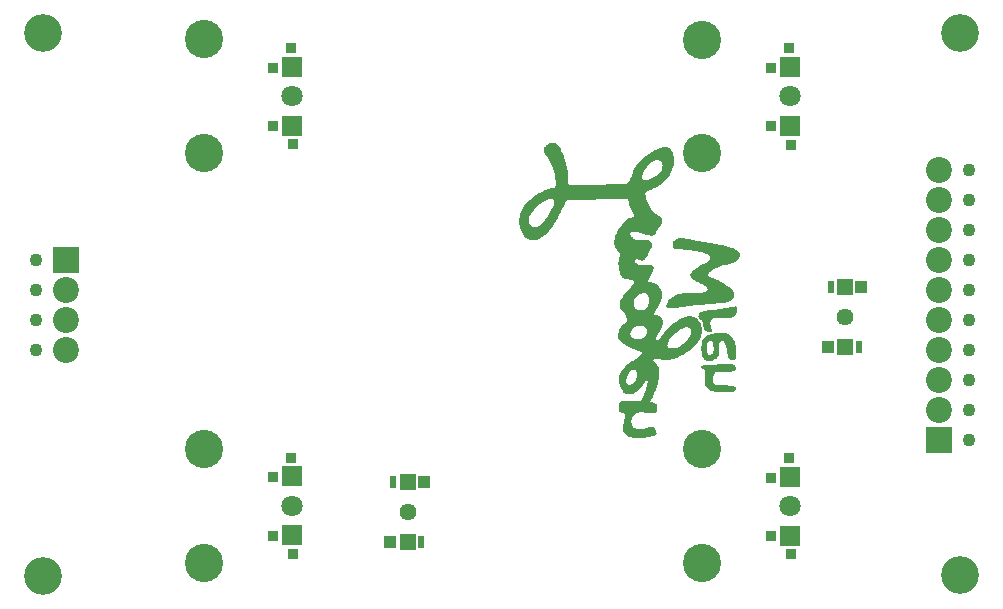
<source format=gbr>
%TF.GenerationSoftware,KiCad,Pcbnew,9.0.0*%
%TF.CreationDate,2025-03-26T23:14:20+00:00*%
%TF.ProjectId,diode-ladder-filter-synth-module,64696f64-652d-46c6-9164-6465722d6669,rev?*%
%TF.SameCoordinates,Original*%
%TF.FileFunction,Soldermask,Bot*%
%TF.FilePolarity,Negative*%
%FSLAX46Y46*%
G04 Gerber Fmt 4.6, Leading zero omitted, Abs format (unit mm)*
G04 Created by KiCad (PCBNEW 9.0.0) date 2025-03-26 23:14:20*
%MOMM*%
%LPD*%
G01*
G04 APERTURE LIST*
%ADD10C,0.000000*%
%ADD11C,2.200000*%
%ADD12R,2.200000X2.200000*%
%ADD13C,1.100000*%
%ADD14R,0.899998X0.899994*%
%ADD15C,1.800000*%
%ADD16R,0.900000X0.899998*%
%ADD17C,3.240000*%
%ADD18R,1.800000X1.800000*%
%ADD19C,3.200000*%
%ADD20R,0.499998X1.000000*%
%ADD21R,1.000000X1.000000*%
%ADD22C,1.440000*%
%ADD23R,0.520869X1.020872*%
%ADD24R,1.440000X1.440000*%
G04 APERTURE END LIST*
D10*
%TO.C,G\u002A\u002A\u002A*%
G36*
X159460108Y-60147114D02*
G01*
X159562439Y-60173391D01*
X159658433Y-60222076D01*
X159748193Y-60293176D01*
X159831816Y-60386697D01*
X159880035Y-60453558D01*
X159949104Y-60561873D01*
X160020448Y-60686677D01*
X160092326Y-60824323D01*
X160163004Y-60971166D01*
X160230745Y-61123557D01*
X160293814Y-61277851D01*
X160350470Y-61430402D01*
X160398980Y-61577563D01*
X160421595Y-61653486D01*
X160505476Y-61980448D01*
X160571494Y-62319534D01*
X160619228Y-62667832D01*
X160648263Y-63022433D01*
X160658176Y-63380427D01*
X160658208Y-63404321D01*
X160658679Y-63469818D01*
X160660096Y-63517613D01*
X160662953Y-63552094D01*
X160667741Y-63577647D01*
X160674958Y-63598659D01*
X160685095Y-63619518D01*
X160710485Y-63656561D01*
X160758021Y-63694142D01*
X160758301Y-63694289D01*
X160762678Y-63697111D01*
X160765358Y-63699719D01*
X160767271Y-63702117D01*
X160769351Y-63704307D01*
X160772525Y-63706291D01*
X160777723Y-63708073D01*
X160785875Y-63709654D01*
X160797913Y-63711039D01*
X160814764Y-63712229D01*
X160837360Y-63713227D01*
X160866631Y-63714034D01*
X160903505Y-63714657D01*
X160948915Y-63715094D01*
X161003789Y-63715351D01*
X161069056Y-63715428D01*
X161145649Y-63715331D01*
X161234495Y-63715058D01*
X161336525Y-63714617D01*
X161452670Y-63714006D01*
X161583860Y-63713231D01*
X161731023Y-63712292D01*
X161895091Y-63711194D01*
X162076993Y-63709938D01*
X162277659Y-63708528D01*
X162498019Y-63706966D01*
X162739003Y-63705254D01*
X163001540Y-63703397D01*
X163286563Y-63701394D01*
X163473121Y-63700082D01*
X163714528Y-63698347D01*
X163934374Y-63696712D01*
X164133743Y-63695156D01*
X164313715Y-63693657D01*
X164475373Y-63692197D01*
X164619796Y-63690754D01*
X164748068Y-63689309D01*
X164861268Y-63687842D01*
X164960478Y-63686331D01*
X165046779Y-63684757D01*
X165121254Y-63683099D01*
X165184981Y-63681338D01*
X165239046Y-63679453D01*
X165284526Y-63677423D01*
X165322505Y-63675228D01*
X165354063Y-63672849D01*
X165380281Y-63670266D01*
X165402243Y-63667456D01*
X165421026Y-63664399D01*
X165437715Y-63661078D01*
X165464559Y-63654769D01*
X165570428Y-63618322D01*
X165664325Y-63565279D01*
X165747490Y-63494421D01*
X165821168Y-63404527D01*
X165886594Y-63294379D01*
X165945018Y-63162757D01*
X165948193Y-63154566D01*
X165976502Y-63081802D01*
X166934609Y-63081802D01*
X166943437Y-63141686D01*
X166963929Y-63196086D01*
X166989881Y-63237608D01*
X167042521Y-63286616D01*
X167110917Y-63318381D01*
X167195011Y-63332894D01*
X167294743Y-63330149D01*
X167410054Y-63310139D01*
X167540886Y-63272854D01*
X167566914Y-63264002D01*
X167753797Y-63186887D01*
X167937482Y-63086976D01*
X168118244Y-62964103D01*
X168296362Y-62818103D01*
X168349948Y-62768218D01*
X168450556Y-62658737D01*
X168529858Y-62546672D01*
X168589294Y-62429816D01*
X168630307Y-62305957D01*
X168651136Y-62203493D01*
X168661473Y-62082748D01*
X168654544Y-61972868D01*
X168630963Y-61875084D01*
X168591342Y-61790628D01*
X168536292Y-61720733D01*
X168466426Y-61666631D01*
X168382356Y-61629553D01*
X168284696Y-61610731D01*
X168261328Y-61609122D01*
X168163243Y-61612851D01*
X168064119Y-61634031D01*
X167962644Y-61673362D01*
X167857508Y-61731546D01*
X167747399Y-61809282D01*
X167631006Y-61907273D01*
X167507017Y-62026217D01*
X167452651Y-62082582D01*
X167310851Y-62245807D01*
X167191271Y-62410377D01*
X167093026Y-62577592D01*
X167015232Y-62748752D01*
X166981387Y-62840713D01*
X166953257Y-62934168D01*
X166937774Y-63013579D01*
X166934609Y-63081802D01*
X165976502Y-63081802D01*
X165993432Y-63038284D01*
X166031681Y-62940963D01*
X166064094Y-62859814D01*
X166091833Y-62792052D01*
X166116052Y-62734892D01*
X166137909Y-62685548D01*
X166158562Y-62641234D01*
X166179168Y-62599166D01*
X166277691Y-62414571D01*
X166436599Y-62157581D01*
X166613473Y-61914292D01*
X166807282Y-61685654D01*
X167016994Y-61472621D01*
X167241577Y-61276138D01*
X167479998Y-61097159D01*
X167731228Y-60936634D01*
X167994236Y-60795513D01*
X168261328Y-60677684D01*
X168267987Y-60674747D01*
X168361259Y-60639509D01*
X168527957Y-60586052D01*
X168680594Y-60550662D01*
X168819813Y-60533418D01*
X168946256Y-60534399D01*
X169060563Y-60553686D01*
X169163379Y-60591356D01*
X169255344Y-60647488D01*
X169337101Y-60722162D01*
X169409291Y-60815458D01*
X169456008Y-60896118D01*
X169503384Y-60998227D01*
X169545538Y-61110342D01*
X169579599Y-61225554D01*
X169616009Y-61406343D01*
X169635319Y-61613251D01*
X169631743Y-61823051D01*
X169605341Y-62034954D01*
X169556174Y-62248173D01*
X169484303Y-62461919D01*
X169397766Y-62655989D01*
X169284434Y-62855486D01*
X169149839Y-63047008D01*
X168994538Y-63230049D01*
X168819091Y-63404102D01*
X168624056Y-63568657D01*
X168409992Y-63723206D01*
X168177457Y-63867242D01*
X167927009Y-64000256D01*
X167659211Y-64121739D01*
X167561523Y-64163418D01*
X167469781Y-64205027D01*
X167396062Y-64242057D01*
X167338126Y-64275978D01*
X167293734Y-64308254D01*
X167260649Y-64340354D01*
X167236634Y-64373743D01*
X167219448Y-64409889D01*
X167217263Y-64415828D01*
X167207584Y-64453318D01*
X167204828Y-64494757D01*
X167209521Y-64543631D01*
X167222184Y-64603426D01*
X167243343Y-64677628D01*
X167273521Y-64769727D01*
X167296969Y-64837683D01*
X167379682Y-65064258D01*
X167462359Y-65269231D01*
X167545946Y-65453984D01*
X167631379Y-65619906D01*
X167719603Y-65768383D01*
X167811558Y-65900802D01*
X167908186Y-66018547D01*
X168010427Y-66123008D01*
X168119222Y-66215568D01*
X168235512Y-66297616D01*
X168360239Y-66370537D01*
X168407674Y-66396616D01*
X168486769Y-66445967D01*
X168546458Y-66493841D01*
X168588936Y-66543091D01*
X168616394Y-66596567D01*
X168631031Y-66657122D01*
X168635038Y-66727608D01*
X168630977Y-66788891D01*
X168618188Y-66857238D01*
X168595757Y-66931019D01*
X168562749Y-67012293D01*
X168518236Y-67103116D01*
X168461283Y-67205544D01*
X168390958Y-67321639D01*
X168306332Y-67453456D01*
X168230696Y-67566399D01*
X168146406Y-67686153D01*
X168068717Y-67789617D01*
X167998397Y-67875859D01*
X167936214Y-67943944D01*
X167882934Y-67992938D01*
X167839326Y-68021908D01*
X167835338Y-68023808D01*
X167811877Y-68033402D01*
X167787111Y-68039901D01*
X167758937Y-68042911D01*
X167725252Y-68042034D01*
X167683954Y-68036879D01*
X167632943Y-68027047D01*
X167570114Y-68012144D01*
X167493366Y-67991776D01*
X167400596Y-67965544D01*
X167289701Y-67933057D01*
X167158581Y-67893918D01*
X167115959Y-67881168D01*
X167013657Y-67850891D01*
X166916873Y-67822692D01*
X166828422Y-67797364D01*
X166751116Y-67775699D01*
X166687767Y-67758489D01*
X166641189Y-67746527D01*
X166614194Y-67740603D01*
X166609141Y-67739839D01*
X166564709Y-67735514D01*
X166503659Y-67732284D01*
X166430991Y-67730149D01*
X166351704Y-67729114D01*
X166270802Y-67729177D01*
X166193284Y-67730339D01*
X166124152Y-67732606D01*
X166068407Y-67735973D01*
X166031048Y-67740446D01*
X165985813Y-67753313D01*
X165937892Y-67782603D01*
X165909696Y-67823643D01*
X165902018Y-67875094D01*
X165915648Y-67935617D01*
X165921858Y-67949899D01*
X165953537Y-68001442D01*
X166000516Y-68059788D01*
X166058953Y-68121317D01*
X166125008Y-68182404D01*
X166194837Y-68239429D01*
X166264599Y-68288766D01*
X166330453Y-68326793D01*
X166344951Y-68333854D01*
X166412202Y-68362151D01*
X166481437Y-68383082D01*
X166556124Y-68396979D01*
X166639731Y-68404176D01*
X166735724Y-68405002D01*
X166847573Y-68399789D01*
X166978744Y-68388872D01*
X167046794Y-68382957D01*
X167190297Y-68375544D01*
X167312222Y-68377101D01*
X167412608Y-68387624D01*
X167491489Y-68407119D01*
X167533478Y-68423723D01*
X167622638Y-68473832D01*
X167694986Y-68537406D01*
X167748843Y-68612767D01*
X167782534Y-68698239D01*
X167791392Y-68741661D01*
X167794446Y-68791677D01*
X167788271Y-68842823D01*
X167771803Y-68898544D01*
X167743981Y-68962283D01*
X167703741Y-69037483D01*
X167650019Y-69127589D01*
X167641009Y-69142664D01*
X167610478Y-69198202D01*
X167576117Y-69265823D01*
X167541503Y-69338341D01*
X167510214Y-69408563D01*
X167460519Y-69521242D01*
X167395259Y-69656197D01*
X167331683Y-69771608D01*
X167268551Y-69869526D01*
X167204616Y-69951999D01*
X167138636Y-70021078D01*
X167083824Y-70068244D01*
X167012528Y-70114474D01*
X166942603Y-70139702D01*
X166870361Y-70144562D01*
X166792111Y-70129687D01*
X166704162Y-70095713D01*
X166630686Y-70064857D01*
X166554827Y-70040389D01*
X166491356Y-70028533D01*
X166443392Y-70030074D01*
X166415796Y-70036932D01*
X166364687Y-70057774D01*
X166334462Y-70086262D01*
X166324389Y-70124241D01*
X166333739Y-70173552D01*
X166361782Y-70236041D01*
X166365268Y-70242454D01*
X166421261Y-70320918D01*
X166494712Y-70385197D01*
X166586392Y-70435836D01*
X166697068Y-70473381D01*
X166704806Y-70475333D01*
X166784981Y-70490753D01*
X166882113Y-70501568D01*
X166997723Y-70507863D01*
X167036948Y-70508403D01*
X167133324Y-70509728D01*
X167290433Y-70507246D01*
X167349691Y-70505797D01*
X167452047Y-70504578D01*
X167535799Y-70505883D01*
X167604096Y-70510062D01*
X167660082Y-70517468D01*
X167706907Y-70528452D01*
X167747719Y-70543366D01*
X167785664Y-70562561D01*
X167793586Y-70567211D01*
X167842881Y-70605053D01*
X167875351Y-70650922D01*
X167893218Y-70709172D01*
X167898708Y-70784162D01*
X167888144Y-70888241D01*
X167854372Y-70995827D01*
X167797282Y-71102487D01*
X167775412Y-71139191D01*
X167746297Y-71193064D01*
X167715404Y-71254228D01*
X167686596Y-71315257D01*
X167686223Y-71316078D01*
X167655454Y-71382109D01*
X167618263Y-71459098D01*
X167579304Y-71537541D01*
X167543231Y-71607937D01*
X167505401Y-71681442D01*
X167470616Y-71754432D01*
X167448643Y-71811424D01*
X167439947Y-71854683D01*
X167444986Y-71886474D01*
X167464222Y-71909059D01*
X167498117Y-71924706D01*
X167547131Y-71935674D01*
X167611727Y-71944232D01*
X167710412Y-71959233D01*
X167867314Y-72000772D01*
X168012913Y-72061959D01*
X168145956Y-72141712D01*
X168265192Y-72238949D01*
X168369371Y-72352587D01*
X168457241Y-72481543D01*
X168527549Y-72624734D01*
X168579046Y-72781079D01*
X168590084Y-72827386D01*
X168610286Y-72946557D01*
X168617636Y-73065004D01*
X168611617Y-73184829D01*
X168591711Y-73308135D01*
X168557397Y-73437024D01*
X168508156Y-73573600D01*
X168443471Y-73719966D01*
X168362819Y-73878224D01*
X168265686Y-74050477D01*
X168265558Y-74050694D01*
X168196432Y-74168652D01*
X168138267Y-74268281D01*
X168090119Y-74351410D01*
X168051046Y-74419867D01*
X168020102Y-74475482D01*
X167996344Y-74520086D01*
X167978831Y-74555505D01*
X167966617Y-74583570D01*
X167958759Y-74606110D01*
X167954314Y-74624952D01*
X167952339Y-74641930D01*
X167951891Y-74658869D01*
X167952064Y-74667754D01*
X167957059Y-74696827D01*
X167971547Y-74717745D01*
X167999008Y-74732615D01*
X168042923Y-74743545D01*
X168106769Y-74752640D01*
X168114784Y-74753607D01*
X168247079Y-74775631D01*
X168359003Y-74807226D01*
X168451898Y-74849335D01*
X168527109Y-74902904D01*
X168585977Y-74968875D01*
X168629844Y-75048195D01*
X168660056Y-75141807D01*
X168673708Y-75235645D01*
X168673021Y-75352196D01*
X168656544Y-75480534D01*
X168624983Y-75618466D01*
X168579034Y-75763801D01*
X168519403Y-75914350D01*
X168446787Y-76067920D01*
X168361888Y-76222320D01*
X168265407Y-76375360D01*
X168226408Y-76434199D01*
X168172243Y-76520494D01*
X168131959Y-76592179D01*
X168104693Y-76651232D01*
X168089582Y-76699636D01*
X168085766Y-76739367D01*
X168092378Y-76772407D01*
X168108498Y-76798552D01*
X168145094Y-76826505D01*
X168192498Y-76843826D01*
X168244319Y-76849277D01*
X168294168Y-76841616D01*
X168335656Y-76819606D01*
X168346213Y-76809111D01*
X168371572Y-76780524D01*
X168407067Y-76738387D01*
X168450283Y-76685626D01*
X168498803Y-76625164D01*
X168550211Y-76559926D01*
X168644739Y-76439704D01*
X168733064Y-76329506D01*
X168814019Y-76231249D01*
X168890774Y-76141289D01*
X168966501Y-76055984D01*
X169044371Y-75971691D01*
X169127554Y-75884771D01*
X169219223Y-75791580D01*
X169305587Y-75705760D01*
X169404832Y-75610670D01*
X169497184Y-75527012D01*
X169587089Y-75451062D01*
X169678988Y-75379095D01*
X169777324Y-75307387D01*
X169886541Y-75232214D01*
X169952107Y-75188999D01*
X170094862Y-75102211D01*
X170230386Y-75031157D01*
X170363378Y-74973712D01*
X170498539Y-74927751D01*
X170640568Y-74891146D01*
X170666061Y-74885724D01*
X170713571Y-74877305D01*
X170762446Y-74871445D01*
X170770872Y-74870880D01*
X170818197Y-74867707D01*
X170886331Y-74865655D01*
X170972356Y-74864852D01*
X171016179Y-74864767D01*
X171084843Y-74865166D01*
X171137193Y-74866645D01*
X171177894Y-74869612D01*
X171211611Y-74874480D01*
X171243006Y-74881655D01*
X171276743Y-74891546D01*
X171327456Y-74908750D01*
X171457127Y-74967347D01*
X171571767Y-75042540D01*
X171671662Y-75134735D01*
X171757101Y-75244344D01*
X171828368Y-75371775D01*
X171885753Y-75517437D01*
X171929543Y-75681742D01*
X171960026Y-75865097D01*
X171962096Y-75889626D01*
X171963856Y-75941446D01*
X171964194Y-76007531D01*
X171963266Y-76083174D01*
X171961227Y-76163661D01*
X171958233Y-76244286D01*
X171954442Y-76320336D01*
X171950009Y-76387102D01*
X171945091Y-76439874D01*
X171939842Y-76473942D01*
X171930343Y-76512661D01*
X171890707Y-76640707D01*
X171838563Y-76765171D01*
X171772467Y-76888315D01*
X171690973Y-77012399D01*
X171592637Y-77139684D01*
X171476012Y-77272431D01*
X171339654Y-77412902D01*
X171213356Y-77534467D01*
X171094872Y-77640894D01*
X170978846Y-77736380D01*
X170859912Y-77825134D01*
X170732708Y-77911359D01*
X170591871Y-77999262D01*
X170523511Y-78039295D01*
X170404253Y-78104640D01*
X170275719Y-78170402D01*
X170142053Y-78234724D01*
X170007403Y-78295746D01*
X169875914Y-78351612D01*
X169751731Y-78400466D01*
X169639001Y-78440449D01*
X169541868Y-78469702D01*
X169493784Y-78482162D01*
X169406597Y-78502770D01*
X169327349Y-78517944D01*
X169249781Y-78528441D01*
X169167633Y-78535019D01*
X169074648Y-78538431D01*
X168964567Y-78539435D01*
X168877738Y-78538879D01*
X168778391Y-78536035D01*
X168687567Y-78530137D01*
X168599069Y-78520480D01*
X168506699Y-78506354D01*
X168404257Y-78487051D01*
X168285547Y-78461865D01*
X168218412Y-78447757D01*
X168144362Y-78434840D01*
X168085919Y-78428859D01*
X168039243Y-78429686D01*
X168000493Y-78437195D01*
X167965824Y-78451259D01*
X167943058Y-78464672D01*
X167909353Y-78489226D01*
X167878239Y-78516167D01*
X167855402Y-78540456D01*
X167846526Y-78557050D01*
X167847959Y-78559836D01*
X167863041Y-78574876D01*
X167891063Y-78598370D01*
X167927668Y-78626585D01*
X167945716Y-78640341D01*
X168039023Y-78723297D01*
X168127903Y-78823531D01*
X168215121Y-78944097D01*
X168219728Y-78951065D01*
X168269239Y-79028419D01*
X168308929Y-79097289D01*
X168339764Y-79161651D01*
X168362711Y-79225482D01*
X168378734Y-79292756D01*
X168388803Y-79367450D01*
X168393881Y-79453539D01*
X168394933Y-79554996D01*
X168392928Y-79675800D01*
X168389819Y-79765224D01*
X168375404Y-79961772D01*
X168349852Y-80151191D01*
X168311881Y-80341854D01*
X168260206Y-80542135D01*
X168260073Y-80542601D01*
X168244894Y-80590017D01*
X168221269Y-80656130D01*
X168190294Y-80738292D01*
X168153067Y-80833861D01*
X168110686Y-80940191D01*
X168064246Y-81054635D01*
X168014847Y-81174547D01*
X167963584Y-81297285D01*
X167911556Y-81420202D01*
X167859859Y-81540651D01*
X167809592Y-81655990D01*
X167761852Y-81763571D01*
X167717734Y-81860749D01*
X167678338Y-81944880D01*
X167590596Y-82128464D01*
X167699969Y-82128464D01*
X167752012Y-82129426D01*
X167872271Y-82140554D01*
X167974032Y-82164005D01*
X168056841Y-82199602D01*
X168120236Y-82247170D01*
X168163761Y-82306532D01*
X168170327Y-82320881D01*
X168176278Y-82340009D01*
X168180528Y-82364837D01*
X168183352Y-82398907D01*
X168185027Y-82445764D01*
X168185829Y-82508947D01*
X168186036Y-82592001D01*
X168185726Y-82652576D01*
X168184149Y-82733987D01*
X168181357Y-82800745D01*
X168177487Y-82849934D01*
X168172673Y-82878636D01*
X168167697Y-82893449D01*
X168132192Y-82956531D01*
X168078259Y-83007849D01*
X168007876Y-83046535D01*
X167923013Y-83071725D01*
X167825646Y-83082551D01*
X167717747Y-83078150D01*
X167711789Y-83077482D01*
X167665858Y-83071766D01*
X167603049Y-83063309D01*
X167528681Y-83052854D01*
X167448068Y-83041147D01*
X167366529Y-83028934D01*
X167343771Y-83025486D01*
X167254101Y-83012514D01*
X167179014Y-83003100D01*
X167111613Y-82996682D01*
X167044999Y-82992699D01*
X166972272Y-82990585D01*
X166886533Y-82989779D01*
X166819087Y-82989770D01*
X166747888Y-82990689D01*
X166692383Y-82992935D01*
X166648199Y-82996800D01*
X166610959Y-83002577D01*
X166576292Y-83010561D01*
X166570966Y-83011981D01*
X166444498Y-83056481D01*
X166334423Y-83117525D01*
X166240408Y-83195442D01*
X166162119Y-83290567D01*
X166099223Y-83403232D01*
X166051388Y-83533767D01*
X166041227Y-83571147D01*
X166016882Y-83704165D01*
X166013766Y-83828410D01*
X166031914Y-83944829D01*
X166071364Y-84054370D01*
X166119309Y-84136461D01*
X166186857Y-84212264D01*
X166270954Y-84273814D01*
X166372446Y-84321602D01*
X166492173Y-84356115D01*
X166630979Y-84377839D01*
X166693529Y-84382999D01*
X166781792Y-84385540D01*
X166874959Y-84382457D01*
X166975899Y-84373405D01*
X167087477Y-84358032D01*
X167212562Y-84335991D01*
X167354021Y-84306935D01*
X167514719Y-84270515D01*
X167552769Y-84261654D01*
X167644628Y-84241207D01*
X167718268Y-84226760D01*
X167776859Y-84218035D01*
X167823573Y-84214755D01*
X167861582Y-84216646D01*
X167894057Y-84223430D01*
X167924168Y-84234831D01*
X167929183Y-84237240D01*
X167974743Y-84271829D01*
X168018309Y-84328572D01*
X168060047Y-84407775D01*
X168100118Y-84509742D01*
X168138689Y-84634781D01*
X168143827Y-84653822D01*
X168157439Y-84715759D01*
X168161236Y-84764070D01*
X168155239Y-84804807D01*
X168139472Y-84844021D01*
X168134279Y-84853655D01*
X168109898Y-84887717D01*
X168076852Y-84917124D01*
X168032224Y-84943365D01*
X167973101Y-84967937D01*
X167896563Y-84992332D01*
X167799697Y-85018045D01*
X167741276Y-85032266D01*
X167528952Y-85078050D01*
X167323426Y-85112186D01*
X167117514Y-85135537D01*
X166904036Y-85148971D01*
X166675803Y-85153350D01*
X166660451Y-85153344D01*
X166478561Y-85150416D01*
X166317106Y-85141915D01*
X166173844Y-85127392D01*
X166046534Y-85106401D01*
X165932936Y-85078491D01*
X165830806Y-85043216D01*
X165737904Y-85000129D01*
X165651986Y-84948780D01*
X165643426Y-84942994D01*
X165540738Y-84861676D01*
X165458426Y-84771316D01*
X165395736Y-84670415D01*
X165351909Y-84557476D01*
X165326184Y-84431004D01*
X165317804Y-84289501D01*
X165317828Y-84280015D01*
X165319818Y-84203684D01*
X165325545Y-84129392D01*
X165335765Y-84052300D01*
X165351231Y-83967560D01*
X165372699Y-83870331D01*
X165400921Y-83755769D01*
X165403068Y-83747345D01*
X165436093Y-83613076D01*
X165461576Y-83498966D01*
X165479715Y-83403186D01*
X165490701Y-83323905D01*
X165494731Y-83259292D01*
X165492000Y-83207519D01*
X165482703Y-83166754D01*
X165467034Y-83135166D01*
X165461323Y-83126997D01*
X165430730Y-83091777D01*
X165394633Y-83066906D01*
X165347063Y-83049162D01*
X165282055Y-83035325D01*
X165271468Y-83033460D01*
X165218370Y-83022734D01*
X165169646Y-83010929D01*
X165134694Y-83000279D01*
X165120550Y-82994350D01*
X165061785Y-82956012D01*
X165009300Y-82900187D01*
X164967845Y-82831677D01*
X164966038Y-82827801D01*
X164953114Y-82797381D01*
X164944794Y-82768917D01*
X164940128Y-82736071D01*
X164938170Y-82692504D01*
X164937971Y-82631875D01*
X164938069Y-82618851D01*
X164939630Y-82561389D01*
X164943749Y-82510430D01*
X164951456Y-82458739D01*
X164963781Y-82399079D01*
X164981753Y-82324214D01*
X164994909Y-82272075D01*
X165012484Y-82206627D01*
X165027789Y-82157694D01*
X165042491Y-82121392D01*
X165058256Y-82093839D01*
X165076749Y-82071149D01*
X165099638Y-82049440D01*
X165111565Y-82039189D01*
X165124893Y-82029135D01*
X165139664Y-82020704D01*
X165157569Y-82013879D01*
X165180291Y-82008642D01*
X165209519Y-82004976D01*
X165246939Y-82002866D01*
X165294236Y-82002292D01*
X165353100Y-82003239D01*
X165425216Y-82005690D01*
X165512271Y-82009625D01*
X165615953Y-82015031D01*
X165737945Y-82021889D01*
X165879936Y-82030181D01*
X166043613Y-82039891D01*
X166145763Y-82045827D01*
X166267223Y-82052282D01*
X166369468Y-82056694D01*
X166454883Y-82058946D01*
X166525854Y-82058929D01*
X166584764Y-82056526D01*
X166634002Y-82051625D01*
X166675949Y-82044114D01*
X166712993Y-82033876D01*
X166747519Y-82020800D01*
X166781912Y-82004772D01*
X166795552Y-81997404D01*
X166855597Y-81952136D01*
X166908388Y-81892550D01*
X166947068Y-81826062D01*
X166957706Y-81800861D01*
X166981744Y-81740851D01*
X167011061Y-81664870D01*
X167044203Y-81576885D01*
X167079722Y-81480862D01*
X167116167Y-81380771D01*
X167152084Y-81280579D01*
X167186027Y-81184251D01*
X167216541Y-81095757D01*
X167242177Y-81019064D01*
X167278257Y-80906467D01*
X167322514Y-80759644D01*
X167356883Y-80633120D01*
X167381444Y-80526384D01*
X167396276Y-80438924D01*
X167401461Y-80370231D01*
X167397079Y-80319792D01*
X167383211Y-80287097D01*
X167359936Y-80271636D01*
X167359232Y-80271466D01*
X167327828Y-80271102D01*
X167293132Y-80279810D01*
X167279757Y-80286647D01*
X167242101Y-80314270D01*
X167197016Y-80355531D01*
X167148294Y-80406355D01*
X167099729Y-80462661D01*
X167055113Y-80520372D01*
X167018239Y-80575409D01*
X167009648Y-80589570D01*
X166971796Y-80651834D01*
X166931208Y-80718444D01*
X166895314Y-80777209D01*
X166828812Y-80877287D01*
X166730313Y-81001194D01*
X166622382Y-81113266D01*
X166507033Y-81212405D01*
X166386281Y-81297509D01*
X166262138Y-81367476D01*
X166136621Y-81421207D01*
X166011741Y-81457602D01*
X165889514Y-81475559D01*
X165771955Y-81473976D01*
X165661076Y-81451755D01*
X165649594Y-81448022D01*
X165572201Y-81414616D01*
X165491323Y-81367679D01*
X165415069Y-81312395D01*
X165351554Y-81253949D01*
X165283461Y-81171762D01*
X165205620Y-81052555D01*
X165136530Y-80918381D01*
X165077471Y-80773422D01*
X165029726Y-80621857D01*
X164994576Y-80467871D01*
X164982499Y-80381454D01*
X165576083Y-80381454D01*
X165587975Y-80458442D01*
X165609336Y-80504579D01*
X165650683Y-80553674D01*
X165705070Y-80594860D01*
X165767031Y-80623111D01*
X165828179Y-80636609D01*
X165915348Y-80636730D01*
X166001394Y-80615382D01*
X166085109Y-80573699D01*
X166165294Y-80512812D01*
X166240743Y-80433856D01*
X166310253Y-80337964D01*
X166372623Y-80226269D01*
X166426647Y-80099901D01*
X166471124Y-79959997D01*
X166489304Y-79883252D01*
X166505493Y-79766646D01*
X166503946Y-79662845D01*
X166484577Y-79570204D01*
X166447306Y-79487075D01*
X166411121Y-79436970D01*
X166355512Y-79389902D01*
X166291786Y-79362646D01*
X166221828Y-79354860D01*
X166147527Y-79366204D01*
X166070771Y-79396335D01*
X165993446Y-79444914D01*
X165917441Y-79511599D01*
X165844643Y-79596047D01*
X165807341Y-79648837D01*
X165748505Y-79747711D01*
X165696389Y-79854834D01*
X165652119Y-79966411D01*
X165616825Y-80078652D01*
X165591636Y-80187767D01*
X165577679Y-80289965D01*
X165576083Y-80381454D01*
X164982499Y-80381454D01*
X164973301Y-80315642D01*
X164967184Y-80169355D01*
X164977504Y-80033187D01*
X165002446Y-79911365D01*
X165053088Y-79757222D01*
X165124691Y-79600729D01*
X165216250Y-79443576D01*
X165326760Y-79287455D01*
X165455215Y-79134056D01*
X165600609Y-78985074D01*
X165693336Y-78901002D01*
X165787991Y-78824614D01*
X165888969Y-78753029D01*
X166001653Y-78682440D01*
X166131417Y-78609037D01*
X166144428Y-78601965D01*
X166221828Y-78559402D01*
X166237077Y-78551017D01*
X166312899Y-78507754D01*
X166375519Y-78469621D01*
X166428554Y-78434071D01*
X166475627Y-78398551D01*
X166520356Y-78360509D01*
X166566362Y-78317394D01*
X166617267Y-78266654D01*
X166644072Y-78239122D01*
X166700542Y-78179192D01*
X166754757Y-78119280D01*
X166804373Y-78062181D01*
X166847044Y-78010690D01*
X166880428Y-77967600D01*
X166902177Y-77935707D01*
X166909948Y-77917806D01*
X166909852Y-77917012D01*
X166898588Y-77903750D01*
X166872244Y-77884087D01*
X166836048Y-77861974D01*
X166811607Y-77848755D01*
X166783877Y-77834967D01*
X166751728Y-77820400D01*
X166712637Y-77804062D01*
X166664073Y-77784961D01*
X166603514Y-77762104D01*
X166528431Y-77734497D01*
X166436297Y-77701150D01*
X166324587Y-77661070D01*
X166149918Y-77596009D01*
X165976829Y-77525069D01*
X165821080Y-77453442D01*
X165679539Y-77379589D01*
X165549079Y-77301966D01*
X165522754Y-77284146D01*
X169076948Y-77284146D01*
X169087272Y-77352452D01*
X169114711Y-77412327D01*
X169159233Y-77465461D01*
X169162288Y-77468312D01*
X169227901Y-77513714D01*
X169309887Y-77546400D01*
X169405207Y-77566490D01*
X169510823Y-77574102D01*
X169623696Y-77569356D01*
X169740784Y-77552370D01*
X169859052Y-77523264D01*
X169975458Y-77482155D01*
X170086962Y-77429164D01*
X170099081Y-77422490D01*
X170250778Y-77327510D01*
X170398063Y-77214866D01*
X170538263Y-77087614D01*
X170668707Y-76948812D01*
X170786723Y-76801516D01*
X170889639Y-76648785D01*
X170974783Y-76493674D01*
X171039486Y-76339240D01*
X171058927Y-76268815D01*
X171073444Y-76151924D01*
X171074362Y-76132100D01*
X171075178Y-76083591D01*
X171072079Y-76047249D01*
X171063917Y-76014677D01*
X171049542Y-75977484D01*
X171031283Y-75938986D01*
X170983632Y-75869285D01*
X170924621Y-75818444D01*
X170853838Y-75786421D01*
X170770872Y-75773180D01*
X170675312Y-75778680D01*
X170566746Y-75802882D01*
X170444762Y-75845747D01*
X170308947Y-75907237D01*
X170204339Y-75961789D01*
X169983242Y-76096072D01*
X169774631Y-76249565D01*
X169580774Y-76420665D01*
X169501031Y-76500392D01*
X169397398Y-76615257D01*
X169309773Y-76728607D01*
X169234789Y-76844925D01*
X169169078Y-76968691D01*
X169149003Y-77011766D01*
X169107781Y-77115491D01*
X169083773Y-77205721D01*
X169076948Y-77284146D01*
X165522754Y-77284146D01*
X165426569Y-77219037D01*
X165417719Y-77212624D01*
X165314355Y-77131549D01*
X165215211Y-77042982D01*
X165123636Y-76950507D01*
X165042980Y-76857707D01*
X164976593Y-76768165D01*
X164927821Y-76685462D01*
X164878745Y-76586811D01*
X164879878Y-76457172D01*
X164881205Y-76410989D01*
X164885907Y-76362064D01*
X165939504Y-76362064D01*
X165944447Y-76390927D01*
X165956641Y-76423217D01*
X165977876Y-76467601D01*
X166001034Y-76509954D01*
X166068784Y-76600801D01*
X166152266Y-76676022D01*
X166249344Y-76734487D01*
X166357891Y-76775067D01*
X166475776Y-76796631D01*
X166600868Y-76798049D01*
X166719003Y-76782660D01*
X166847986Y-76748260D01*
X166965867Y-76697452D01*
X167070838Y-76631616D01*
X167161088Y-76552131D01*
X167234809Y-76460377D01*
X167290192Y-76357735D01*
X167325427Y-76245582D01*
X167332998Y-76204039D01*
X167341059Y-76092747D01*
X167330659Y-75989214D01*
X167302592Y-75895560D01*
X167257647Y-75813915D01*
X167196618Y-75746402D01*
X167120298Y-75695150D01*
X167064862Y-75672011D01*
X166998626Y-75655920D01*
X166921979Y-75648726D01*
X166831042Y-75650082D01*
X166721932Y-75659645D01*
X166595703Y-75676087D01*
X166485253Y-75695799D01*
X166391847Y-75719437D01*
X166312278Y-75748170D01*
X166243339Y-75783159D01*
X166181824Y-75825569D01*
X166124526Y-75876565D01*
X166091936Y-75910996D01*
X166032809Y-75990455D01*
X165989412Y-76078490D01*
X165959951Y-76179244D01*
X165942633Y-76296857D01*
X165940026Y-76327960D01*
X165939504Y-76362064D01*
X164885907Y-76362064D01*
X164888874Y-76331184D01*
X164904513Y-76252631D01*
X164929526Y-76170247D01*
X164965314Y-76078952D01*
X165013280Y-75973665D01*
X165056418Y-75885421D01*
X165105388Y-75792055D01*
X165150896Y-75715132D01*
X165195410Y-75651537D01*
X165241390Y-75598149D01*
X165291303Y-75551851D01*
X165347608Y-75509526D01*
X165412773Y-75468056D01*
X165441210Y-75450802D01*
X165485165Y-75421932D01*
X165516111Y-75396861D01*
X165539285Y-75371030D01*
X165559924Y-75339875D01*
X165576030Y-75309841D01*
X165607349Y-75219549D01*
X165621368Y-75117400D01*
X165618285Y-75006039D01*
X165598294Y-74888105D01*
X165561591Y-74766241D01*
X165508373Y-74643089D01*
X165495621Y-74618802D01*
X165478325Y-74590264D01*
X165457300Y-74561204D01*
X165430269Y-74529100D01*
X165394950Y-74491425D01*
X165349068Y-74445657D01*
X165290340Y-74389271D01*
X165216491Y-74319744D01*
X165211009Y-74314589D01*
X165138701Y-74241015D01*
X165085159Y-74172551D01*
X165048284Y-74104281D01*
X165025976Y-74031286D01*
X165016140Y-73948650D01*
X165016676Y-73851454D01*
X165017959Y-73828625D01*
X165028948Y-73730924D01*
X165029520Y-73728529D01*
X166203692Y-73728529D01*
X166203719Y-73745230D01*
X166214928Y-73872456D01*
X166245764Y-73987054D01*
X166296327Y-74089297D01*
X166366716Y-74179466D01*
X166414987Y-74224819D01*
X166493354Y-74278249D01*
X166581456Y-74314946D01*
X166682523Y-74336130D01*
X166799783Y-74343019D01*
X166861063Y-74341390D01*
X166921979Y-74333594D01*
X166989874Y-74324905D01*
X167103904Y-74290514D01*
X167203351Y-74238032D01*
X167288412Y-74167274D01*
X167359286Y-74078052D01*
X167416171Y-73970184D01*
X167459266Y-73843480D01*
X167488769Y-73697757D01*
X167495344Y-73647075D01*
X167504436Y-73525162D01*
X167504217Y-73407196D01*
X167494987Y-73297679D01*
X167477043Y-73201115D01*
X167450684Y-73122009D01*
X167447817Y-73115811D01*
X167411836Y-73059370D01*
X167360866Y-73003242D01*
X167301546Y-72953879D01*
X167240511Y-72917729D01*
X167215144Y-72907572D01*
X167132528Y-72890166D01*
X167036948Y-72890062D01*
X166930216Y-72907022D01*
X166814144Y-72940801D01*
X166690547Y-72991159D01*
X166579646Y-73051204D01*
X166468702Y-73133876D01*
X166376097Y-73230114D01*
X166302561Y-73338806D01*
X166248827Y-73458846D01*
X166215627Y-73589122D01*
X166203692Y-73728529D01*
X165029520Y-73728529D01*
X165047709Y-73652431D01*
X165057999Y-73623307D01*
X165096205Y-73532489D01*
X165146659Y-73430174D01*
X165206819Y-73320672D01*
X165274139Y-73208292D01*
X165346076Y-73097345D01*
X165420088Y-72992139D01*
X165493629Y-72896984D01*
X165502803Y-72885940D01*
X165538556Y-72844596D01*
X165585661Y-72791814D01*
X165640484Y-72731597D01*
X165699389Y-72667951D01*
X165758743Y-72604881D01*
X165824041Y-72535756D01*
X165902367Y-72451371D01*
X165967833Y-72378659D01*
X166022739Y-72314928D01*
X166069392Y-72257484D01*
X166110091Y-72203636D01*
X166147141Y-72150688D01*
X166171081Y-72114469D01*
X166212856Y-72045472D01*
X166239978Y-71989589D01*
X166253393Y-71944094D01*
X166254038Y-71906257D01*
X166242858Y-71873349D01*
X166223773Y-71855058D01*
X166184774Y-71833333D01*
X166129828Y-71809929D01*
X166062572Y-71785964D01*
X165986644Y-71762558D01*
X165905682Y-71740828D01*
X165823328Y-71721894D01*
X165743214Y-71706874D01*
X165668984Y-71696888D01*
X165601941Y-71689203D01*
X165502004Y-71672727D01*
X165419354Y-71650726D01*
X165350208Y-71621443D01*
X165290781Y-71583118D01*
X165237295Y-71533993D01*
X165185964Y-71472309D01*
X165119579Y-71367561D01*
X165061918Y-71241358D01*
X165014066Y-71095944D01*
X164976291Y-70932467D01*
X164948856Y-70752076D01*
X164932026Y-70555917D01*
X164926066Y-70345141D01*
X164926481Y-70261057D01*
X164929541Y-70156408D01*
X164936244Y-70065462D01*
X164947411Y-69982562D01*
X164963861Y-69902048D01*
X164986415Y-69818266D01*
X165015894Y-69725553D01*
X165021149Y-69709829D01*
X165040569Y-69648171D01*
X165051330Y-69600056D01*
X165052168Y-69560419D01*
X165041814Y-69524192D01*
X165019008Y-69486308D01*
X164982483Y-69441699D01*
X164930974Y-69385299D01*
X164901589Y-69353291D01*
X164831826Y-69272696D01*
X164776043Y-69198926D01*
X164730994Y-69126357D01*
X164693440Y-69049368D01*
X164660138Y-68962337D01*
X164627845Y-68859641D01*
X164610688Y-68799151D01*
X164584205Y-68692888D01*
X164567423Y-68600609D01*
X164560045Y-68517588D01*
X164561778Y-68439096D01*
X164572323Y-68360403D01*
X164591386Y-68276783D01*
X164664068Y-68038293D01*
X164763080Y-67787392D01*
X164882574Y-67547474D01*
X165023076Y-67317489D01*
X165185116Y-67096386D01*
X165203804Y-67073476D01*
X165255313Y-67013989D01*
X165314983Y-66948989D01*
X165379464Y-66881796D01*
X165445403Y-66815728D01*
X165509450Y-66754108D01*
X165568254Y-66700254D01*
X165618464Y-66657487D01*
X165656729Y-66629127D01*
X165657629Y-66628548D01*
X165684831Y-66611502D01*
X165709835Y-66597472D01*
X165736211Y-66585266D01*
X165767531Y-66573688D01*
X165807365Y-66561547D01*
X165859283Y-66547647D01*
X165926856Y-66530796D01*
X166013656Y-66509798D01*
X166031294Y-66505468D01*
X166092304Y-66489166D01*
X166146424Y-66472774D01*
X166188326Y-66457989D01*
X166212678Y-66446504D01*
X166226437Y-66435474D01*
X166243277Y-66411858D01*
X166251142Y-66380791D01*
X166249577Y-66340477D01*
X166238131Y-66289122D01*
X166216353Y-66224929D01*
X166183789Y-66146104D01*
X166139989Y-66050849D01*
X166084501Y-65937369D01*
X166046103Y-65859757D01*
X165985063Y-65732408D01*
X165934176Y-65619826D01*
X165892147Y-65518628D01*
X165857684Y-65425433D01*
X165829486Y-65336861D01*
X165806263Y-65249528D01*
X165786715Y-65160054D01*
X165777849Y-65117928D01*
X165765505Y-65066267D01*
X165753975Y-65025008D01*
X165744916Y-65000474D01*
X165744110Y-64998939D01*
X165710014Y-64954642D01*
X165663336Y-64919336D01*
X165613105Y-64899908D01*
X165607053Y-64899172D01*
X165576510Y-64897963D01*
X165527120Y-64897728D01*
X165462159Y-64898421D01*
X165384905Y-64899994D01*
X165298634Y-64902404D01*
X165206624Y-64905604D01*
X165134506Y-64908339D01*
X164972750Y-64914343D01*
X164816005Y-64919951D01*
X164662376Y-64925211D01*
X164509968Y-64930168D01*
X164356885Y-64934872D01*
X164201234Y-64939368D01*
X164041120Y-64943706D01*
X163874646Y-64947931D01*
X163699920Y-64952089D01*
X163515045Y-64956231D01*
X163318128Y-64960401D01*
X163107273Y-64964647D01*
X162880584Y-64969018D01*
X162636168Y-64973558D01*
X162372128Y-64978317D01*
X162086571Y-64983342D01*
X162077658Y-64983497D01*
X161866026Y-64987229D01*
X161676449Y-64990684D01*
X161507619Y-64993921D01*
X161358230Y-64996992D01*
X161226978Y-64999954D01*
X161112554Y-65002866D01*
X161013654Y-65005779D01*
X160928970Y-65008753D01*
X160857198Y-65011842D01*
X160797029Y-65015103D01*
X160747160Y-65018591D01*
X160706284Y-65022363D01*
X160673093Y-65026474D01*
X160646283Y-65030981D01*
X160624546Y-65035939D01*
X160606578Y-65041404D01*
X160591071Y-65047433D01*
X160585128Y-65050016D01*
X160557035Y-65063353D01*
X160531998Y-65078331D01*
X160508793Y-65096939D01*
X160486200Y-65121169D01*
X160462998Y-65153013D01*
X160437963Y-65194459D01*
X160409875Y-65247501D01*
X160377513Y-65314127D01*
X160339655Y-65396328D01*
X160295079Y-65496096D01*
X160242565Y-65615421D01*
X160177886Y-65760888D01*
X160042410Y-66051764D01*
X159907619Y-66321858D01*
X159772488Y-66572882D01*
X159635993Y-66806552D01*
X159497108Y-67024584D01*
X159354809Y-67228692D01*
X159208074Y-67420592D01*
X159055874Y-67601999D01*
X158935054Y-67733281D01*
X158806550Y-67860622D01*
X158675924Y-67978519D01*
X158545226Y-68085468D01*
X158416509Y-68179967D01*
X158291821Y-68260511D01*
X158173214Y-68325599D01*
X158062739Y-68373727D01*
X157962445Y-68403393D01*
X157913681Y-68411419D01*
X157856230Y-68416168D01*
X157785446Y-68417819D01*
X157696361Y-68416618D01*
X157685885Y-68416348D01*
X157616860Y-68414152D01*
X157564458Y-68411136D01*
X157522665Y-68406418D01*
X157485471Y-68399114D01*
X157446864Y-68388343D01*
X157400830Y-68373222D01*
X157264519Y-68315508D01*
X157133570Y-68235969D01*
X157013438Y-68137452D01*
X156904819Y-68021199D01*
X156808415Y-67888458D01*
X156724924Y-67740471D01*
X156655046Y-67578483D01*
X156599479Y-67403739D01*
X156558923Y-67217483D01*
X156534076Y-67020959D01*
X156525639Y-66815412D01*
X156527944Y-66710047D01*
X157320490Y-66710047D01*
X157321801Y-66760152D01*
X157337605Y-66878408D01*
X157371843Y-66983463D01*
X157425181Y-67077007D01*
X157498284Y-67160724D01*
X157584541Y-67229004D01*
X157679121Y-67276743D01*
X157778923Y-67302069D01*
X157882610Y-67304802D01*
X157988849Y-67284761D01*
X158096304Y-67241764D01*
X158141419Y-67214798D01*
X158203593Y-67169596D01*
X158275124Y-67111223D01*
X158353178Y-67042351D01*
X158434919Y-66965647D01*
X158517511Y-66883784D01*
X158598118Y-66799429D01*
X158673903Y-66715253D01*
X158742030Y-66633926D01*
X158751331Y-66622278D01*
X158857359Y-66482666D01*
X158960699Y-66334549D01*
X159059623Y-66181068D01*
X159152404Y-66025359D01*
X159237314Y-65870562D01*
X159312624Y-65719813D01*
X159376608Y-65576253D01*
X159427535Y-65443018D01*
X159463681Y-65323247D01*
X159480294Y-65249668D01*
X159490650Y-65178247D01*
X159491301Y-65119118D01*
X159482596Y-65067568D01*
X159480605Y-65060593D01*
X159452048Y-65000646D01*
X159408604Y-64955623D01*
X159353491Y-64928983D01*
X159325305Y-64923771D01*
X159264490Y-64921189D01*
X159191031Y-64925723D01*
X159110794Y-64936916D01*
X159029644Y-64954306D01*
X158859940Y-65007098D01*
X158671983Y-65087671D01*
X158485286Y-65190909D01*
X158300426Y-65316426D01*
X158117974Y-65463823D01*
X157938503Y-65632712D01*
X157762585Y-65822697D01*
X157689780Y-65908658D01*
X157586183Y-66040763D01*
X157501109Y-66163829D01*
X157433614Y-66279756D01*
X157382750Y-66390443D01*
X157347573Y-66497788D01*
X157327135Y-66603689D01*
X157320490Y-66710047D01*
X156527944Y-66710047D01*
X156528106Y-66702651D01*
X156548265Y-66481582D01*
X156589044Y-66268517D01*
X156650833Y-66062589D01*
X156734016Y-65862932D01*
X156838984Y-65668679D01*
X156966124Y-65478963D01*
X157115821Y-65292918D01*
X157288466Y-65109677D01*
X157423344Y-64981518D01*
X157660980Y-64779412D01*
X157907216Y-64599021D01*
X158161989Y-64440377D01*
X158425231Y-64303519D01*
X158696879Y-64188482D01*
X158976866Y-64095301D01*
X159264490Y-64024171D01*
X159265130Y-64024012D01*
X159296856Y-64017359D01*
X159380056Y-63998152D01*
X159444189Y-63979263D01*
X159492390Y-63958719D01*
X159527801Y-63934547D01*
X159553561Y-63904771D01*
X159572808Y-63867416D01*
X159588680Y-63820511D01*
X159591994Y-63808507D01*
X159598444Y-63777942D01*
X159602286Y-63743291D01*
X159603745Y-63699737D01*
X159603043Y-63642464D01*
X159600400Y-63566657D01*
X159596148Y-63483923D01*
X159566604Y-63185092D01*
X159515244Y-62884316D01*
X159442806Y-62584366D01*
X159350033Y-62288009D01*
X159237660Y-61998017D01*
X159106430Y-61717156D01*
X159077546Y-61661204D01*
X159030196Y-61573029D01*
X158981738Y-61487857D01*
X158928944Y-61400244D01*
X158868589Y-61304753D01*
X158797450Y-61195943D01*
X158795440Y-61192903D01*
X158745953Y-61116978D01*
X158707944Y-61055709D01*
X158679213Y-61004957D01*
X158657560Y-60960578D01*
X158640786Y-60918431D01*
X158626693Y-60874372D01*
X158621091Y-60852572D01*
X158611148Y-60762199D01*
X158619954Y-60670487D01*
X158646921Y-60585843D01*
X158658238Y-60563743D01*
X158700261Y-60501563D01*
X158756191Y-60437303D01*
X158820756Y-60376643D01*
X158888686Y-60325267D01*
X158985401Y-60265956D01*
X159114088Y-60202666D01*
X159236033Y-60161758D01*
X159351340Y-60143238D01*
X159460108Y-60147114D01*
G37*
G36*
X170808454Y-68288348D02*
G01*
X170936386Y-68316534D01*
X171246412Y-68383806D01*
X171537694Y-68445388D01*
X171812946Y-68501789D01*
X172074878Y-68553514D01*
X172326206Y-68601071D01*
X172569638Y-68644962D01*
X172807889Y-68685696D01*
X173043672Y-68723778D01*
X173279697Y-68759716D01*
X173518678Y-68794013D01*
X173525262Y-68794941D01*
X173644557Y-68814547D01*
X173775656Y-68840726D01*
X173914671Y-68872372D01*
X174057717Y-68908377D01*
X174200909Y-68947636D01*
X174340362Y-68989042D01*
X174472188Y-69031488D01*
X174592504Y-69073869D01*
X174697423Y-69115078D01*
X174783058Y-69154009D01*
X174876806Y-69205804D01*
X174983462Y-69281093D01*
X175068567Y-69363493D01*
X175132738Y-69453626D01*
X175176593Y-69552116D01*
X175178793Y-69558973D01*
X175190242Y-69606461D01*
X175195423Y-69659269D01*
X175195288Y-69726241D01*
X175194303Y-69752391D01*
X175190664Y-69800152D01*
X175183281Y-69837984D01*
X175169887Y-69875291D01*
X175148213Y-69921476D01*
X175146987Y-69923939D01*
X175087572Y-70017164D01*
X175006063Y-70104256D01*
X174903078Y-70184731D01*
X174779234Y-70258106D01*
X174635148Y-70323896D01*
X174568497Y-70348332D01*
X174474126Y-70378277D01*
X174361881Y-70410111D01*
X174234572Y-70443078D01*
X174095006Y-70476422D01*
X173945992Y-70509389D01*
X173815831Y-70539731D01*
X173593244Y-70604371D01*
X173366483Y-70686631D01*
X173267134Y-70727539D01*
X173118673Y-70794814D01*
X172984312Y-70863493D01*
X172864899Y-70932816D01*
X172761282Y-71002019D01*
X172674309Y-71070347D01*
X172604827Y-71137036D01*
X172553684Y-71201326D01*
X172521729Y-71262458D01*
X172509809Y-71319671D01*
X172518772Y-71372203D01*
X172549466Y-71419297D01*
X172554908Y-71424798D01*
X172572912Y-71440244D01*
X172596946Y-71456869D01*
X172629229Y-71475806D01*
X172671984Y-71498184D01*
X172727431Y-71525136D01*
X172797791Y-71557789D01*
X172885284Y-71597279D01*
X172992133Y-71644734D01*
X173138323Y-71710664D01*
X173374079Y-71823076D01*
X173594738Y-71936167D01*
X173799163Y-72049247D01*
X173986222Y-72161618D01*
X174154779Y-72272591D01*
X174303699Y-72381468D01*
X174431851Y-72487557D01*
X174538097Y-72590166D01*
X174588103Y-72646241D01*
X174662192Y-72746607D01*
X174713623Y-72844599D01*
X174742661Y-72941277D01*
X174749569Y-73037707D01*
X174734614Y-73134952D01*
X174698057Y-73234077D01*
X174638484Y-73335600D01*
X174557099Y-73429225D01*
X174456332Y-73510097D01*
X174336444Y-73578010D01*
X174197697Y-73632754D01*
X174151238Y-73647340D01*
X174095121Y-73663432D01*
X174037139Y-73678121D01*
X173975502Y-73691627D01*
X173908416Y-73704174D01*
X173834087Y-73715982D01*
X173750723Y-73727276D01*
X173656531Y-73738277D01*
X173549717Y-73749209D01*
X173428487Y-73760291D01*
X173291051Y-73771749D01*
X173135613Y-73783802D01*
X172960381Y-73796675D01*
X172763562Y-73810589D01*
X172559183Y-73825080D01*
X172314206Y-73843279D01*
X172086964Y-73861269D01*
X171874269Y-73879407D01*
X171672933Y-73898047D01*
X171479766Y-73917542D01*
X171291578Y-73938247D01*
X171105182Y-73960516D01*
X170917388Y-73984704D01*
X170725008Y-74011164D01*
X170524853Y-74040250D01*
X170313733Y-74072317D01*
X170088461Y-74107720D01*
X169971136Y-74126244D01*
X169854519Y-74144136D01*
X169755619Y-74158560D01*
X169671576Y-74169851D01*
X169599524Y-74178341D01*
X169536603Y-74184364D01*
X169479952Y-74188252D01*
X169426706Y-74190341D01*
X169374003Y-74190964D01*
X169284618Y-74188650D01*
X169211348Y-74180775D01*
X169152913Y-74166305D01*
X169105193Y-74144211D01*
X169064064Y-74113461D01*
X169043992Y-74093487D01*
X169006016Y-74036875D01*
X168986636Y-73969986D01*
X168984691Y-73889541D01*
X168996722Y-73814629D01*
X169031291Y-73714347D01*
X169086302Y-73611251D01*
X169160606Y-73507416D01*
X169253052Y-73404921D01*
X169270151Y-73388091D01*
X169388051Y-73285457D01*
X169517366Y-73195491D01*
X169659566Y-73117640D01*
X169816121Y-73051346D01*
X169988501Y-72996057D01*
X170178174Y-72951219D01*
X170386613Y-72916272D01*
X170615286Y-72890666D01*
X170655191Y-72887985D01*
X170715713Y-72885074D01*
X170793698Y-72882037D01*
X170886162Y-72878971D01*
X170990122Y-72875965D01*
X171102592Y-72873112D01*
X171220591Y-72870505D01*
X171341133Y-72868235D01*
X171361047Y-72867891D01*
X171507991Y-72865122D01*
X171633609Y-72862287D01*
X171739762Y-72859309D01*
X171828306Y-72856111D01*
X171901101Y-72852619D01*
X171960003Y-72848756D01*
X172006873Y-72844447D01*
X172043567Y-72839616D01*
X172079769Y-72833504D01*
X172195374Y-72807724D01*
X172289899Y-72775404D01*
X172364614Y-72735912D01*
X172420787Y-72688620D01*
X172459687Y-72632898D01*
X172466712Y-72617916D01*
X172480551Y-72563833D01*
X172474422Y-72510344D01*
X172447622Y-72454654D01*
X172399447Y-72393969D01*
X172395902Y-72390167D01*
X172363741Y-72359077D01*
X172324204Y-72326784D01*
X172275304Y-72292072D01*
X172215051Y-72253722D01*
X172141456Y-72210516D01*
X172052529Y-72161236D01*
X171946282Y-72104663D01*
X171820727Y-72039582D01*
X171696584Y-71975442D01*
X171586608Y-71917503D01*
X171493464Y-71866866D01*
X171414954Y-71822132D01*
X171348882Y-71781906D01*
X171293047Y-71744791D01*
X171245253Y-71709391D01*
X171203303Y-71674309D01*
X171164999Y-71638151D01*
X171128143Y-71599517D01*
X171084242Y-71546888D01*
X171044374Y-71482049D01*
X171022018Y-71416626D01*
X171014803Y-71345301D01*
X171015073Y-71327056D01*
X171022413Y-71267749D01*
X171041283Y-71211581D01*
X171073766Y-71154668D01*
X171121949Y-71093132D01*
X171187917Y-71023091D01*
X171214789Y-70996967D01*
X171266302Y-70950868D01*
X171324077Y-70904347D01*
X171390228Y-70856001D01*
X171466871Y-70804432D01*
X171556118Y-70748238D01*
X171660087Y-70686022D01*
X171780889Y-70616379D01*
X171920641Y-70537913D01*
X172047781Y-70466906D01*
X172157336Y-70404874D01*
X172250301Y-70351084D01*
X172328751Y-70304196D01*
X172394758Y-70262873D01*
X172450397Y-70225778D01*
X172497742Y-70191576D01*
X172538864Y-70158928D01*
X172575841Y-70126497D01*
X172610742Y-70092946D01*
X172645353Y-70055388D01*
X172692721Y-69986486D01*
X172716888Y-69919869D01*
X172717841Y-69855513D01*
X172695563Y-69793397D01*
X172650041Y-69733496D01*
X172581258Y-69675787D01*
X172489202Y-69620247D01*
X172373854Y-69566853D01*
X172235202Y-69515582D01*
X172138483Y-69485217D01*
X171970592Y-69439694D01*
X171780857Y-69395911D01*
X171570203Y-69354012D01*
X171339553Y-69314141D01*
X171089832Y-69276446D01*
X170821962Y-69241072D01*
X170536868Y-69208164D01*
X170235474Y-69177868D01*
X169918706Y-69150331D01*
X169678707Y-69130999D01*
X169634788Y-69083867D01*
X169609664Y-69052609D01*
X169579083Y-69006623D01*
X169552837Y-68959513D01*
X169536273Y-68924377D01*
X169524642Y-68892882D01*
X169518182Y-68860906D01*
X169515401Y-68820806D01*
X169514806Y-68764942D01*
X169515144Y-68721091D01*
X169517361Y-68677077D01*
X169522846Y-68643432D01*
X169532967Y-68612681D01*
X169549087Y-68577349D01*
X169581566Y-68521568D01*
X169649353Y-68441837D01*
X169736581Y-68372046D01*
X169841856Y-68312927D01*
X169963783Y-68265216D01*
X170100972Y-68229647D01*
X170252026Y-68206954D01*
X170381141Y-68193832D01*
X170808454Y-68288348D01*
G37*
G36*
X174445423Y-78917044D02*
G01*
X174499733Y-78917904D01*
X174541283Y-78919746D01*
X174573499Y-78922790D01*
X174599811Y-78927252D01*
X174623643Y-78933354D01*
X174648426Y-78941309D01*
X174699654Y-78962215D01*
X174769908Y-79003501D01*
X174827513Y-79053092D01*
X174867086Y-79106914D01*
X174880229Y-79135879D01*
X174891062Y-79179880D01*
X174894019Y-79235694D01*
X174893243Y-79261790D01*
X174882694Y-79329675D01*
X174858569Y-79386615D01*
X174819279Y-79433807D01*
X174763233Y-79472452D01*
X174688842Y-79503750D01*
X174594518Y-79528897D01*
X174478671Y-79549096D01*
X174431576Y-79554589D01*
X174346777Y-79560924D01*
X174244011Y-79565476D01*
X174126439Y-79568205D01*
X173997226Y-79569072D01*
X173859533Y-79568040D01*
X173716523Y-79565070D01*
X173571361Y-79560124D01*
X173566328Y-79559919D01*
X173462058Y-79556600D01*
X173377489Y-79556222D01*
X173309191Y-79559196D01*
X173253734Y-79565929D01*
X173207691Y-79576832D01*
X173167628Y-79592312D01*
X173130119Y-79612782D01*
X173118139Y-79620651D01*
X173073498Y-79660511D01*
X173036893Y-79713110D01*
X173007852Y-79780127D01*
X172985902Y-79863249D01*
X172970572Y-79964152D01*
X172961387Y-80084522D01*
X172957877Y-80226040D01*
X172957697Y-80269570D01*
X172957897Y-80335487D01*
X172959109Y-80384252D01*
X172961697Y-80419949D01*
X172966024Y-80446659D01*
X172972454Y-80468466D01*
X172981352Y-80489452D01*
X173014044Y-80544569D01*
X173068397Y-80599196D01*
X173139219Y-80638937D01*
X173228163Y-80664967D01*
X173234751Y-80665949D01*
X173266121Y-80668834D01*
X173317486Y-80672359D01*
X173386441Y-80676401D01*
X173470579Y-80680837D01*
X173567498Y-80685544D01*
X173674789Y-80690396D01*
X173790048Y-80695271D01*
X173910869Y-80700046D01*
X173959366Y-80701925D01*
X174078964Y-80706806D01*
X174192442Y-80711780D01*
X174297329Y-80716717D01*
X174391157Y-80721490D01*
X174471458Y-80725967D01*
X174535763Y-80730022D01*
X174581606Y-80733526D01*
X174606516Y-80736349D01*
X174671326Y-80751734D01*
X174747163Y-80783895D01*
X174802849Y-80827930D01*
X174838359Y-80883811D01*
X174853671Y-80951507D01*
X174848754Y-81030987D01*
X174848719Y-81031187D01*
X174827449Y-81107595D01*
X174792592Y-81166190D01*
X174741923Y-81209627D01*
X174673217Y-81240566D01*
X174658871Y-81243369D01*
X174624747Y-81246587D01*
X174572072Y-81249446D01*
X174500033Y-81251969D01*
X174407823Y-81254176D01*
X174294629Y-81256092D01*
X174159643Y-81257739D01*
X174002053Y-81259137D01*
X173987804Y-81259245D01*
X173844618Y-81260202D01*
X173722253Y-81260742D01*
X173618334Y-81260824D01*
X173530489Y-81260401D01*
X173456346Y-81259434D01*
X173393529Y-81257879D01*
X173339666Y-81255694D01*
X173292384Y-81252836D01*
X173249309Y-81249264D01*
X173208068Y-81244934D01*
X173113949Y-81232544D01*
X172945777Y-81200892D01*
X172797771Y-81159049D01*
X172669133Y-81106589D01*
X172559062Y-81043090D01*
X172466759Y-80968129D01*
X172391424Y-80881284D01*
X172332257Y-80782132D01*
X172315614Y-80746927D01*
X172289488Y-80685284D01*
X172268411Y-80624229D01*
X172252166Y-80561117D01*
X172240538Y-80493307D01*
X172233313Y-80418154D01*
X172230278Y-80333012D01*
X172231216Y-80235241D01*
X172235913Y-80122194D01*
X172244154Y-79991229D01*
X172255724Y-79839701D01*
X172258953Y-79798390D01*
X172265017Y-79704531D01*
X172267469Y-79629085D01*
X172266156Y-79568609D01*
X172260926Y-79519661D01*
X172251623Y-79478799D01*
X172238098Y-79442580D01*
X172223817Y-79413947D01*
X172205722Y-79388734D01*
X172180642Y-79366400D01*
X172143794Y-79342772D01*
X172090396Y-79313675D01*
X172037218Y-79282982D01*
X171979024Y-79238461D01*
X171944034Y-79194391D01*
X171932348Y-79150877D01*
X171933638Y-79133940D01*
X171951873Y-79084239D01*
X171989094Y-79039339D01*
X172042003Y-79003670D01*
X172043779Y-79002792D01*
X172059299Y-78995566D01*
X172075351Y-78989610D01*
X172094476Y-78984696D01*
X172119213Y-78980602D01*
X172152106Y-78977102D01*
X172195694Y-78973971D01*
X172252521Y-78970982D01*
X172325126Y-78967912D01*
X172416051Y-78964535D01*
X172527836Y-78960626D01*
X172630112Y-78957159D01*
X172815158Y-78951187D01*
X173003527Y-78945465D01*
X173192247Y-78940066D01*
X173378351Y-78935064D01*
X173558871Y-78930530D01*
X173730837Y-78926539D01*
X173891281Y-78923165D01*
X174037234Y-78920480D01*
X174165728Y-78918559D01*
X174273794Y-78917474D01*
X174284809Y-78917401D01*
X174374924Y-78916949D01*
X174445423Y-78917044D01*
G37*
G36*
X173579744Y-76244326D02*
G01*
X173748344Y-76255132D01*
X173910848Y-76275627D01*
X174062054Y-76305512D01*
X174196762Y-76344489D01*
X174253472Y-76366699D01*
X174372049Y-76431024D01*
X174479472Y-76515217D01*
X174575273Y-76618542D01*
X174658983Y-76740256D01*
X174730133Y-76879620D01*
X174788253Y-77035894D01*
X174832874Y-77208339D01*
X174863528Y-77396214D01*
X174868042Y-77442849D01*
X174872821Y-77517577D01*
X174876568Y-77605976D01*
X174879246Y-77703414D01*
X174880813Y-77805261D01*
X174881231Y-77906887D01*
X174880458Y-78003660D01*
X174878456Y-78090950D01*
X174875184Y-78164126D01*
X174870604Y-78218557D01*
X174867098Y-78245539D01*
X174845283Y-78360011D01*
X174814822Y-78452764D01*
X174775698Y-78523836D01*
X174727897Y-78573269D01*
X174723423Y-78576406D01*
X174674797Y-78595420D01*
X174613813Y-78597832D01*
X174543949Y-78583905D01*
X174468681Y-78553895D01*
X174434212Y-78535785D01*
X174366639Y-78491835D01*
X174309614Y-78440439D01*
X174262049Y-78379339D01*
X174222853Y-78306281D01*
X174190933Y-78219011D01*
X174165199Y-78115274D01*
X174144563Y-77992815D01*
X174127932Y-77849377D01*
X174116674Y-77745921D01*
X174092328Y-77577610D01*
X174062413Y-77427177D01*
X174027216Y-77295376D01*
X173987023Y-77182957D01*
X173942122Y-77090672D01*
X173892798Y-77019275D01*
X173839338Y-76969515D01*
X173782031Y-76942146D01*
X173745626Y-76936296D01*
X173679627Y-76943849D01*
X173611828Y-76973429D01*
X173543968Y-77024435D01*
X173527324Y-77039776D01*
X173504433Y-77062430D01*
X173486133Y-77084709D01*
X173471966Y-77109257D01*
X173461474Y-77138716D01*
X173454202Y-77175730D01*
X173449691Y-77222940D01*
X173447483Y-77282989D01*
X173447121Y-77358520D01*
X173448147Y-77452175D01*
X173450104Y-77566597D01*
X173451421Y-77651264D01*
X173452053Y-77772206D01*
X173450254Y-77874174D01*
X173445397Y-77959887D01*
X173436849Y-78032076D01*
X173423983Y-78093461D01*
X173406168Y-78146770D01*
X173382774Y-78194727D01*
X173353173Y-78240057D01*
X173316733Y-78285486D01*
X173272826Y-78333736D01*
X173232057Y-78374924D01*
X173150488Y-78445074D01*
X173061406Y-78504551D01*
X172956863Y-78559020D01*
X172942452Y-78565680D01*
X172850459Y-78602619D01*
X172763711Y-78625729D01*
X172673161Y-78636851D01*
X172569764Y-78637829D01*
X172551351Y-78637235D01*
X172497939Y-78634714D01*
X172458668Y-78630376D01*
X172426284Y-78622642D01*
X172393539Y-78609935D01*
X172353181Y-78590675D01*
X172352232Y-78590204D01*
X172266638Y-78538355D01*
X172192443Y-78472946D01*
X172129079Y-78392744D01*
X172075974Y-78296510D01*
X172032559Y-78183009D01*
X171998264Y-78051006D01*
X171972519Y-77899264D01*
X171954754Y-77726546D01*
X171954674Y-77725496D01*
X171947143Y-77511772D01*
X171951317Y-77435395D01*
X172414494Y-77435395D01*
X172415307Y-77524945D01*
X172418972Y-77617934D01*
X172425283Y-77709329D01*
X172434038Y-77794097D01*
X172445031Y-77867209D01*
X172458056Y-77923629D01*
X172464736Y-77943826D01*
X172498592Y-78013005D01*
X172543208Y-78066454D01*
X172595977Y-78102250D01*
X172654288Y-78118475D01*
X172715536Y-78113207D01*
X172729291Y-78108874D01*
X172787459Y-78076621D01*
X172842034Y-78024530D01*
X172890882Y-77955489D01*
X172931872Y-77872384D01*
X172962872Y-77778105D01*
X172975356Y-77715309D01*
X172984081Y-77599614D01*
X172978394Y-77468987D01*
X172975964Y-77441949D01*
X172972097Y-77397446D01*
X172967349Y-77341949D01*
X172962259Y-77281671D01*
X172961353Y-77271026D01*
X172951711Y-77178412D01*
X172939811Y-77106127D01*
X172924262Y-77051379D01*
X172903671Y-77011375D01*
X172876642Y-76983324D01*
X172841786Y-76964435D01*
X172797706Y-76951916D01*
X172778202Y-76948535D01*
X172701479Y-76948900D01*
X172629678Y-76970649D01*
X172564728Y-77012264D01*
X172508561Y-77072224D01*
X172463104Y-77149011D01*
X172430291Y-77241106D01*
X172422244Y-77286737D01*
X172416739Y-77354315D01*
X172414494Y-77435395D01*
X171951317Y-77435395D01*
X171958078Y-77311680D01*
X171987631Y-77124271D01*
X172035948Y-76948595D01*
X172103182Y-76783704D01*
X172137483Y-76727171D01*
X172188271Y-76664262D01*
X172249029Y-76602507D01*
X172314097Y-76547645D01*
X172377811Y-76505412D01*
X172476316Y-76456209D01*
X172604723Y-76403699D01*
X172747392Y-76355590D01*
X172778202Y-76347064D01*
X172899504Y-76313492D01*
X173056242Y-76279014D01*
X173089394Y-76273020D01*
X173245068Y-76252971D01*
X173410252Y-76243506D01*
X173579744Y-76244326D01*
G37*
G36*
X174869337Y-74023835D02*
G01*
X174892147Y-74028739D01*
X174910354Y-74036009D01*
X174925586Y-74045456D01*
X174927668Y-74047029D01*
X174956324Y-74075696D01*
X174979989Y-74109845D01*
X174981181Y-74112162D01*
X174995039Y-74160770D01*
X174998058Y-74224865D01*
X174991106Y-74299957D01*
X174975053Y-74381557D01*
X174950769Y-74465177D01*
X174919126Y-74546326D01*
X174880992Y-74620516D01*
X174859606Y-74653666D01*
X174805843Y-74722762D01*
X174742767Y-74790106D01*
X174676741Y-74849189D01*
X174614126Y-74893502D01*
X174598353Y-74902582D01*
X174536167Y-74933659D01*
X174468888Y-74959410D01*
X174394253Y-74980130D01*
X174309993Y-74996107D01*
X174213843Y-75007634D01*
X174103537Y-75014996D01*
X173976808Y-75018487D01*
X173831391Y-75018396D01*
X173665018Y-75015015D01*
X173522314Y-75011169D01*
X173400296Y-75008192D01*
X173297617Y-75006137D01*
X173212244Y-75005035D01*
X173142146Y-75004917D01*
X173085286Y-75005817D01*
X173039631Y-75007767D01*
X173003147Y-75010799D01*
X172973799Y-75014945D01*
X172949557Y-75020239D01*
X172928384Y-75026710D01*
X172907304Y-75034926D01*
X172836089Y-75077515D01*
X172778518Y-75136392D01*
X172738681Y-75207659D01*
X172738603Y-75207857D01*
X172719757Y-75278451D01*
X172712181Y-75364852D01*
X172715918Y-75468219D01*
X172731011Y-75589704D01*
X172757498Y-75730464D01*
X172769782Y-75787944D01*
X172789174Y-75878749D01*
X172804348Y-75950557D01*
X172815678Y-76005917D01*
X172823541Y-76047381D01*
X172828313Y-76077499D01*
X172830372Y-76098820D01*
X172830092Y-76113897D01*
X172827851Y-76125279D01*
X172824024Y-76135515D01*
X172818989Y-76147159D01*
X172808698Y-76167031D01*
X172772413Y-76203227D01*
X172720336Y-76222510D01*
X172652847Y-76224784D01*
X172570329Y-76209952D01*
X172510561Y-76191641D01*
X172402523Y-76142165D01*
X172309446Y-76076106D01*
X172232813Y-75994629D01*
X172174112Y-75898900D01*
X172159776Y-75866987D01*
X172144277Y-75825057D01*
X172131006Y-75777942D01*
X172119217Y-75722006D01*
X172108167Y-75653611D01*
X172097112Y-75569122D01*
X172085308Y-75464904D01*
X172078996Y-75415312D01*
X172059584Y-75322379D01*
X172030521Y-75246349D01*
X171989576Y-75183376D01*
X171934523Y-75129615D01*
X171863136Y-75081219D01*
X171806753Y-75045655D01*
X171765852Y-75012509D01*
X171737328Y-74978047D01*
X171716323Y-74937516D01*
X171703448Y-74892871D01*
X171699947Y-74820662D01*
X171712978Y-74743799D01*
X171741399Y-74668002D01*
X171784064Y-74598996D01*
X171820908Y-74559497D01*
X171869586Y-74522670D01*
X171930512Y-74489415D01*
X172005081Y-74459366D01*
X172094687Y-74432152D01*
X172200724Y-74407407D01*
X172324591Y-74384759D01*
X172467677Y-74363841D01*
X172631381Y-74344282D01*
X172817094Y-74325716D01*
X172881444Y-74319680D01*
X172999484Y-74307944D01*
X173109551Y-74295907D01*
X173215506Y-74283007D01*
X173321211Y-74268681D01*
X173430526Y-74252364D01*
X173547313Y-74233494D01*
X173675432Y-74211506D01*
X173818746Y-74185840D01*
X173981113Y-74155931D01*
X174029792Y-74146885D01*
X174188198Y-74117644D01*
X174325718Y-74092674D01*
X174443978Y-74071785D01*
X174544608Y-74054786D01*
X174629237Y-74041489D01*
X174699491Y-74031700D01*
X174756999Y-74025231D01*
X174803391Y-74021891D01*
X174840294Y-74021490D01*
X174869337Y-74023835D01*
G37*
%TD*%
D11*
%TO.C,J6*%
X192024000Y-62484000D03*
X192024000Y-65024000D03*
X192024000Y-67564000D03*
X192024000Y-70104000D03*
X192024000Y-72644000D03*
X192024000Y-75184000D03*
X192024000Y-77724000D03*
X192024000Y-80264000D03*
X192024000Y-82804000D03*
D12*
X192024000Y-85344000D03*
D13*
X194564000Y-62484000D03*
X194564000Y-65024000D03*
X194564000Y-67564000D03*
X194564000Y-70104000D03*
X194564000Y-72644000D03*
X194564000Y-75184000D03*
X194564000Y-77724000D03*
X194564000Y-80264000D03*
X194564000Y-82804000D03*
X194564000Y-85344000D03*
%TD*%
D14*
%TO.C,PT1*%
X135719200Y-88493000D03*
X137395600Y-94995400D03*
D15*
X137294000Y-90906000D03*
D14*
X137243200Y-86842000D03*
D16*
X135693800Y-93446000D03*
D17*
X129794000Y-86106000D03*
D18*
X137294000Y-88406000D03*
X137294000Y-93406000D03*
D17*
X129794000Y-95706000D03*
%TD*%
D19*
%TO.C,M1*%
X193841028Y-96776085D03*
X193805001Y-50900057D03*
X116190001Y-50900057D03*
X116185001Y-96810057D03*
%TD*%
D14*
%TO.C,PT3*%
X135719200Y-53796000D03*
X137395600Y-60298400D03*
D15*
X137294000Y-56209000D03*
D14*
X137243200Y-52145000D03*
D16*
X135693800Y-58749000D03*
D17*
X129794000Y-51409000D03*
D18*
X137294000Y-53709000D03*
X137294000Y-58709000D03*
D17*
X129794000Y-61009000D03*
%TD*%
D11*
%TO.C,J1*%
X118110000Y-77724000D03*
X118110000Y-75184000D03*
X118110000Y-72644000D03*
D12*
X118110000Y-70104000D03*
D13*
X115570000Y-77724000D03*
X115570000Y-75184000D03*
X115570000Y-72644000D03*
X115570000Y-70104000D03*
%TD*%
D20*
%TO.C,PT7*%
X182884001Y-72390000D03*
D21*
X182626000Y-77444600D03*
D22*
X184073800Y-74904600D03*
D21*
X185496200Y-72364600D03*
D23*
X185256638Y-77429636D03*
D24*
X184073800Y-72364600D03*
X184073800Y-77444600D03*
%TD*%
D14*
%TO.C,PT4*%
X177883200Y-53822000D03*
X179559600Y-60324400D03*
D15*
X179458000Y-56235000D03*
D14*
X179407200Y-52171000D03*
D16*
X177857800Y-58775000D03*
D17*
X171958000Y-51435000D03*
D18*
X179458000Y-53735000D03*
X179458000Y-58735000D03*
D17*
X171958000Y-61035000D03*
%TD*%
D14*
%TO.C,PT2*%
X177883200Y-88519000D03*
X179559600Y-95021400D03*
D15*
X179458000Y-90932000D03*
D14*
X179407200Y-86868000D03*
D16*
X177857800Y-93472000D03*
D17*
X171958000Y-86132000D03*
D18*
X179458000Y-88432000D03*
X179458000Y-93432000D03*
D17*
X171958000Y-95732000D03*
%TD*%
D20*
%TO.C,PT6*%
X145876201Y-88925400D03*
D21*
X145618200Y-93980000D03*
D22*
X147066000Y-91440000D03*
D21*
X148488400Y-88900000D03*
D23*
X148248838Y-93965036D03*
D24*
X147066000Y-88900000D03*
X147066000Y-93980000D03*
%TD*%
M02*

</source>
